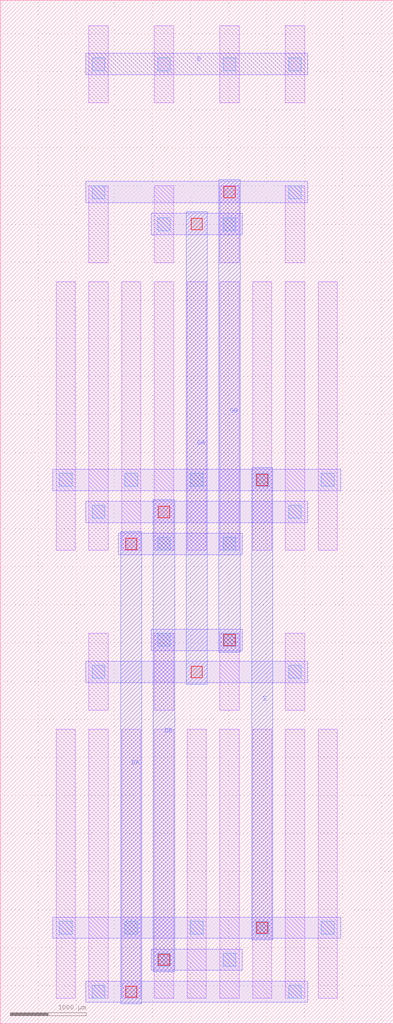
<source format=lef>
MACRO DP_NMOS_B_13499319_X2_Y2
  UNITS 
    DATABASE MICRONS UNITS 1000;
  END UNITS 
  ORIGIN 0 0 ;
  FOREIGN DP_NMOS_B_13499319_X2_Y2 0 0 ;
  SIZE 5160 BY 13440 ;
  PIN B
    DIRECTION INOUT ;
    USE SIGNAL ;
    PORT
      LAYER M2 ;
        RECT 1120 12460 4040 12740 ;
    END
  END B
  PIN DA
    DIRECTION INOUT ;
    USE SIGNAL ;
    PORT
      LAYER M3 ;
        RECT 1580 260 1860 6460 ;
    END
  END DA
  PIN DB
    DIRECTION INOUT ;
    USE SIGNAL ;
    PORT
      LAYER M3 ;
        RECT 2010 680 2290 6880 ;
    END
  END DB
  PIN GA
    DIRECTION INOUT ;
    USE SIGNAL ;
    PORT
      LAYER M3 ;
        RECT 2440 4460 2720 10660 ;
    END
  END GA
  PIN GB
    DIRECTION INOUT ;
    USE SIGNAL ;
    PORT
      LAYER M3 ;
        RECT 2870 4880 3150 11080 ;
    END
  END GB
  PIN S
    DIRECTION INOUT ;
    USE SIGNAL ;
    PORT
      LAYER M3 ;
        RECT 3300 1100 3580 7300 ;
    END
  END S
  OBS
    LAYER M1 ;
      RECT 1165 335 1415 3865 ;
    LAYER M1 ;
      RECT 1165 4115 1415 5125 ;
    LAYER M1 ;
      RECT 1165 6215 1415 9745 ;
    LAYER M1 ;
      RECT 1165 9995 1415 11005 ;
    LAYER M1 ;
      RECT 1165 12095 1415 13105 ;
    LAYER M1 ;
      RECT 735 335 985 3865 ;
    LAYER M1 ;
      RECT 735 6215 985 9745 ;
    LAYER M1 ;
      RECT 1595 335 1845 3865 ;
    LAYER M1 ;
      RECT 1595 6215 1845 9745 ;
    LAYER M1 ;
      RECT 2025 335 2275 3865 ;
    LAYER M1 ;
      RECT 2025 4115 2275 5125 ;
    LAYER M1 ;
      RECT 2025 6215 2275 9745 ;
    LAYER M1 ;
      RECT 2025 9995 2275 11005 ;
    LAYER M1 ;
      RECT 2025 12095 2275 13105 ;
    LAYER M1 ;
      RECT 2455 335 2705 3865 ;
    LAYER M1 ;
      RECT 2455 6215 2705 9745 ;
    LAYER M1 ;
      RECT 2885 335 3135 3865 ;
    LAYER M1 ;
      RECT 2885 4115 3135 5125 ;
    LAYER M1 ;
      RECT 2885 6215 3135 9745 ;
    LAYER M1 ;
      RECT 2885 9995 3135 11005 ;
    LAYER M1 ;
      RECT 2885 12095 3135 13105 ;
    LAYER M1 ;
      RECT 3315 335 3565 3865 ;
    LAYER M1 ;
      RECT 3315 6215 3565 9745 ;
    LAYER M1 ;
      RECT 3745 335 3995 3865 ;
    LAYER M1 ;
      RECT 3745 4115 3995 5125 ;
    LAYER M1 ;
      RECT 3745 6215 3995 9745 ;
    LAYER M1 ;
      RECT 3745 9995 3995 11005 ;
    LAYER M1 ;
      RECT 3745 12095 3995 13105 ;
    LAYER M1 ;
      RECT 4175 335 4425 3865 ;
    LAYER M1 ;
      RECT 4175 6215 4425 9745 ;
    LAYER M2 ;
      RECT 1120 280 4040 560 ;
    LAYER M2 ;
      RECT 1980 700 3180 980 ;
    LAYER M2 ;
      RECT 1120 4480 4040 4760 ;
    LAYER M2 ;
      RECT 1980 4900 3180 5180 ;
    LAYER M2 ;
      RECT 690 1120 4470 1400 ;
    LAYER M2 ;
      RECT 1550 6160 3180 6440 ;
    LAYER M2 ;
      RECT 1120 6580 4040 6860 ;
    LAYER M2 ;
      RECT 1980 10360 3180 10640 ;
    LAYER M2 ;
      RECT 1120 10780 4040 11060 ;
    LAYER M2 ;
      RECT 690 7000 4470 7280 ;
    LAYER V1 ;
      RECT 3785 335 3955 505 ;
    LAYER V1 ;
      RECT 3785 4535 3955 4705 ;
    LAYER V1 ;
      RECT 3785 6635 3955 6805 ;
    LAYER V1 ;
      RECT 3785 10835 3955 11005 ;
    LAYER V1 ;
      RECT 3785 12515 3955 12685 ;
    LAYER V1 ;
      RECT 1205 335 1375 505 ;
    LAYER V1 ;
      RECT 1205 4535 1375 4705 ;
    LAYER V1 ;
      RECT 1205 6635 1375 6805 ;
    LAYER V1 ;
      RECT 1205 10835 1375 11005 ;
    LAYER V1 ;
      RECT 1205 12515 1375 12685 ;
    LAYER V1 ;
      RECT 2925 755 3095 925 ;
    LAYER V1 ;
      RECT 2925 4955 3095 5125 ;
    LAYER V1 ;
      RECT 2925 6215 3095 6385 ;
    LAYER V1 ;
      RECT 2925 10415 3095 10585 ;
    LAYER V1 ;
      RECT 2925 12515 3095 12685 ;
    LAYER V1 ;
      RECT 2065 755 2235 925 ;
    LAYER V1 ;
      RECT 2065 4955 2235 5125 ;
    LAYER V1 ;
      RECT 2065 6215 2235 6385 ;
    LAYER V1 ;
      RECT 2065 10415 2235 10585 ;
    LAYER V1 ;
      RECT 2065 12515 2235 12685 ;
    LAYER V1 ;
      RECT 775 1175 945 1345 ;
    LAYER V1 ;
      RECT 775 7055 945 7225 ;
    LAYER V1 ;
      RECT 1635 1175 1805 1345 ;
    LAYER V1 ;
      RECT 1635 7055 1805 7225 ;
    LAYER V1 ;
      RECT 2495 1175 2665 1345 ;
    LAYER V1 ;
      RECT 2495 7055 2665 7225 ;
    LAYER V1 ;
      RECT 3355 1175 3525 1345 ;
    LAYER V1 ;
      RECT 3355 7055 3525 7225 ;
    LAYER V1 ;
      RECT 4215 1175 4385 1345 ;
    LAYER V1 ;
      RECT 4215 7055 4385 7225 ;
    LAYER V2 ;
      RECT 1645 345 1795 495 ;
    LAYER V2 ;
      RECT 1645 6225 1795 6375 ;
    LAYER V2 ;
      RECT 2075 765 2225 915 ;
    LAYER V2 ;
      RECT 2075 6645 2225 6795 ;
    LAYER V2 ;
      RECT 2505 4545 2655 4695 ;
    LAYER V2 ;
      RECT 2505 10425 2655 10575 ;
    LAYER V2 ;
      RECT 2935 4965 3085 5115 ;
    LAYER V2 ;
      RECT 2935 10845 3085 10995 ;
    LAYER V2 ;
      RECT 3365 1185 3515 1335 ;
    LAYER V2 ;
      RECT 3365 7065 3515 7215 ;
  END
END DP_NMOS_B_13499319_X2_Y2

</source>
